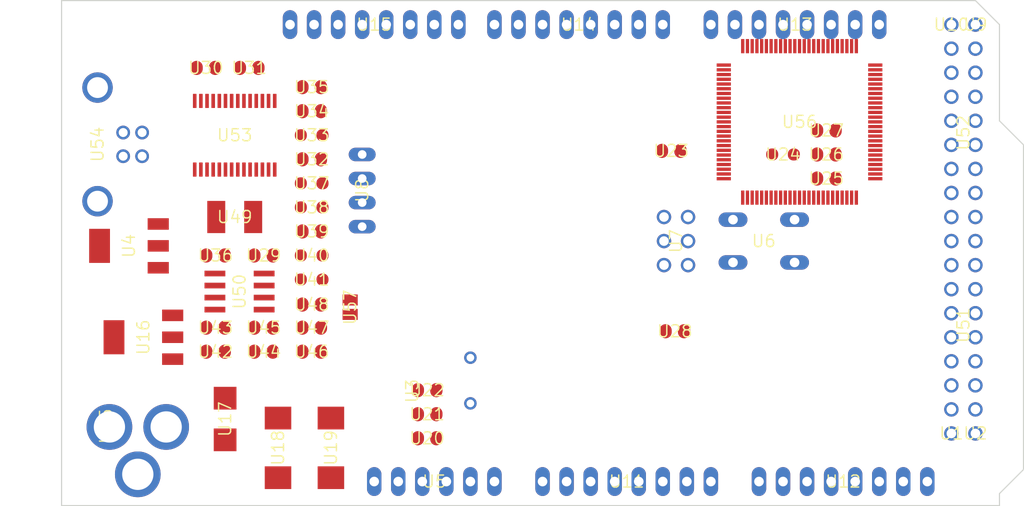
<source format=kicad_pcb>
(kicad_pcb (version 20221018) (generator pcbnew)
  (layers (0 "F.Cu" signal "Top") (31 "B.Cu" signal "Bottom") (34 "B.Paste" user) (35 "F.Paste" user) (36 "B.SilkS" user "B.Silkscreen") (37 "F.SilkS" user "F.Silkscreen") (38 "B.Mask" user) (39 "F.Mask" user) (44 "Edge.Cuts" user))
  (net 0 "")
  (net 1 "+5V")
  (net 2 "GND")
  (net 3 "N$6")
  (net 4 "N$7")
  (net 5 "AREF")
  (net 6 "RESET")
  (net 7 "VIN")
  (net 8 "N$3")
  (net 9 "PWRIN")
  (net 10 "M8RXD")
  (net 11 "M8TXD")
  (net 12 "ADC0")
  (net 13 "ADC2")
  (net 14 "ADC1")
  (net 15 "ADC3")
  (net 16 "ADC4")
  (net 17 "ADC5")
  (net 18 "ADC6")
  (net 19 "ADC7")
  (net 20 "+3V3")
  (net 21 "SDA")
  (net 22 "SCL")
  (net 23 "ADC9")
  (net 24 "ADC8")
  (net 25 "ADC10")
  (net 26 "ADC11")
  (net 27 "ADC12")
  (net 28 "ADC13")
  (net 29 "ADC14")
  (net 30 "ADC15")
  (net 31 "PB3")
  (net 32 "PB2")
  (net 33 "PB1")
  (net 34 "PB5")
  (net 35 "PB4")
  (net 36 "PE5")
  (net 37 "PE4")
  (net 38 "PE3")
  (net 39 "PE1")
  (net 40 "PE0")
  (net 41 "N$15")
  (net 42 "N$53")
  (net 43 "N$54")
  (net 44 "N$55")
  (net 45 "D-")
  (net 46 "D+")
  (net 47 "N$60")
  (net 48 "DTR")
  (net 49 "USBVCC")
  (net 50 "N$2")
  (net 51 "N$4")
  (net 52 "GATE_CMD")
  (net 53 "CMP")
  (net 54 "PB6")
  (net 55 "PH3")
  (net 56 "PH4")
  (net 57 "PH5")
  (net 58 "PH6")
  (net 59 "PG5")
  (net 60 "RXD1")
  (net 61 "TXD1")
  (net 62 "RXD2")
  (net 63 "RXD3")
  (net 64 "TXD2")
  (net 65 "TXD3")
  (net 66 "PC0")
  (net 67 "PC1")
  (net 68 "PC2")
  (net 69 "PC3")
  (net 70 "PC4")
  (net 71 "PC5")
  (net 72 "PC6")
  (net 73 "PC7")
  (net 74 "PB0")
  (net 75 "PG0")
  (net 76 "PG1")
  (net 77 "PG2")
  (net 78 "PD7")
  (net 79 "PA0")
  (net 80 "PA1")
  (net 81 "PA2")
  (net 82 "PA3")
  (net 83 "PA4")
  (net 84 "PA5")
  (net 85 "PA6")
  (net 86 "PA7")
  (net 87 "PL0")
  (net 88 "PL1")
  (net 89 "PL2")
  (net 90 "PL3")
  (net 91 "PL4")
  (net 92 "PL5")
  (net 93 "PL6")
  (net 94 "PL7")
  (net 95 "PB7")
  (net 96 "CTS")
  (net 97 "DSR")
  (net 98 "DCD")
  (net 99 "RI")
  (footprint "Arduino_MEGA_Reference_Design:2X03" (layer "F.Cu") (at 162.5981 103.7336 -90)
    (fp_text reference "U7")
    (fp_text value "")
  )
  (footprint "Arduino_MEGA_Reference_Design:1X08" (layer "F.Cu") (at 152.3111 80.8736 180)
    (fp_text reference "U14")
    (fp_text value "")
  )
  (footprint "Arduino_MEGA_Reference_Design:1X08" (layer "F.Cu") (at 130.7211 80.8736 180)
    (fp_text reference "U15")
    (fp_text value "")
  )
  (footprint "Arduino_MEGA_Reference_Design:SMC_D" (layer "F.Cu") (at 120.5611 125.5776 -90)
    (fp_text reference "U18")
    (fp_text value "")
  )
  (footprint "Arduino_MEGA_Reference_Design:SMC_D" (layer "F.Cu") (at 126.1491 125.5776 -90)
    (fp_text reference "U19")
    (fp_text value "")
  )
  (footprint "Arduino_MEGA_Reference_Design:B3F-10XX" (layer "F.Cu") (at 171.8691 103.7336 180)
    (fp_text reference "U6")
    (fp_text value "")
  )
  (footprint "Arduino_MEGA_Reference_Design:0805RND" (layer "F.Cu") (at 173.9011 94.5896 180)
    (fp_text reference "U24")
    (fp_text value "")
  )
  (footprint "Arduino_MEGA_Reference_Design:SMB" (layer "F.Cu") (at 114.9731 122.5296 -90)
    (fp_text reference "U17")
    (fp_text value "")
  )
  (footprint "Arduino_MEGA_Reference_Design:DC-21MM" (layer "F.Cu") (at 103.0351 123.2916 90)
    (fp_text reference "U55")
    (fp_text value "")
  )
  (footprint "Arduino_MEGA_Reference_Design:HC49_S" (layer "F.Cu") (at 140.8811 118.4656 90)
    (fp_text reference "U3")
    (fp_text value "")
  )
  (footprint "Arduino_MEGA_Reference_Design:SOT223" (layer "F.Cu") (at 106.3371 113.8936 90)
    (fp_text reference "U16")
    (fp_text value "")
  )
  (footprint "Arduino_MEGA_Reference_Design:1X06" (layer "F.Cu") (at 137.0711 129.1336)
    (fp_text reference "U5")
    (fp_text value "")
  )
  (footprint "Arduino_MEGA_Reference_Design:C0805RND" (layer "F.Cu") (at 124.1171 87.4776)
    (fp_text reference "U35")
    (fp_text value "")
  )
  (footprint "Arduino_MEGA_Reference_Design:C0805RND" (layer "F.Cu") (at 162.4711 113.2586)
    (fp_text reference "U28")
    (fp_text value "")
  )
  (footprint "Arduino_MEGA_Reference_Design:C0805RND" (layer "F.Cu") (at 136.3091 122.0216)
    (fp_text reference "U21")
    (fp_text value "")
  )
  (footprint "Arduino_MEGA_Reference_Design:C0805RND" (layer "F.Cu") (at 136.3091 119.4816)
    (fp_text reference "U22")
    (fp_text value "")
  )
  (footprint "Arduino_MEGA_Reference_Design:C0805RND" (layer "F.Cu") (at 113.9571 112.8776)
    (fp_text reference "U43")
    (fp_text value "")
  )
  (footprint "Arduino_MEGA_Reference_Design:RCL_0805RND" (layer "F.Cu") (at 124.1171 105.2576)
    (fp_text reference "U40")
    (fp_text value "")
  )
  (footprint "Arduino_MEGA_Reference_Design:RCL_0805RND" (layer "F.Cu") (at 124.1171 107.7976)
    (fp_text reference "U41")
    (fp_text value "")
  )
  (footprint "Arduino_MEGA_Reference_Design:1X08" (layer "F.Cu") (at 157.3911 129.1336)
    (fp_text reference "U11")
    (fp_text value "")
  )
  (footprint "Arduino_MEGA_Reference_Design:1X08" (layer "F.Cu") (at 175.1711 80.8736 180)
    (fp_text reference "U13")
    (fp_text value "")
  )
  (footprint "Arduino_MEGA_Reference_Design:R0805RND" (layer "F.Cu") (at 178.4731 94.5896 180)
    (fp_text reference "U26")
    (fp_text value "")
  )
  (footprint "Arduino_MEGA_Reference_Design:R0805RND" (layer "F.Cu") (at 178.4731 92.0496 180)
    (fp_text reference "U27")
    (fp_text value "")
  )
  (footprint "Arduino_MEGA_Reference_Design:TQFP100" (layer "F.Cu") (at 175.643310546875 91.14759826660156 0)
    (fp_text reference "U56")
    (fp_text value "")
  )
  (footprint "Arduino_MEGA_Reference_Design:C0805RND" (layer "F.Cu") (at 162.0901 94.2086 180)
    (fp_text reference "U23")
    (fp_text value "")
  )
  (footprint "Arduino_MEGA_Reference_Design:C0805RND" (layer "F.Cu") (at 136.3091 124.5616)
    (fp_text reference "U20")
    (fp_text value "")
  )
  (footprint "Arduino_MEGA_Reference_Design:1X08" (layer "F.Cu") (at 180.2511 129.1336)
    (fp_text reference "U12")
    (fp_text value "")
  )
  (footprint "Arduino_MEGA_Reference_Design:R0805RND" (layer "F.Cu") (at 124.1171 112.8776)
    (fp_text reference "U47")
    (fp_text value "")
  )
  (footprint "Arduino_MEGA_Reference_Design:C0805RND" (layer "F.Cu") (at 124.1171 115.4176)
    (fp_text reference "U46")
    (fp_text value "")
  )
  (footprint "Arduino_MEGA_Reference_Design:C0805RND" (layer "F.Cu") (at 113.9571 105.2576)
    (fp_text reference "U36")
    (fp_text value "")
  )
  (footprint "Arduino_MEGA_Reference_Design:C0805RND" (layer "F.Cu") (at 112.9411 85.4456)
    (fp_text reference "U30")
    (fp_text value "")
  )
  (footprint "Arduino_MEGA_Reference_Design:0805RND" (layer "F.Cu") (at 124.1171 100.1776 180)
    (fp_text reference "U38")
    (fp_text value "")
  )
  (footprint "Arduino_MEGA_Reference_Design:0805RND" (layer "F.Cu") (at 124.1171 97.6376 180)
    (fp_text reference "U37")
    (fp_text value "")
  )
  (footprint "Arduino_MEGA_Reference_Design:R0805RND" (layer "F.Cu") (at 124.1171 95.0976)
    (fp_text reference "U32")
    (fp_text value "")
  )
  (footprint "Arduino_MEGA_Reference_Design:R0805RND" (layer "F.Cu") (at 124.1171 102.7176)
    (fp_text reference "U39")
    (fp_text value "")
  )
  (footprint "Arduino_MEGA_Reference_Design:SSOP28" (layer "F.Cu") (at 115.9891 92.5576)
    (fp_text reference "U53")
    (fp_text value "")
  )
  (footprint "Arduino_MEGA_Reference_Design:PN61729" (layer "F.Cu") (at 98.9584 93.5228 -90)
    (fp_text reference "U54")
    (fp_text value "")
  )
  (footprint "Arduino_MEGA_Reference_Design:L1812" (layer "F.Cu") (at 115.9891 101.1936)
    (fp_text reference "U49")
    (fp_text value "")
  )
  (footprint "Arduino_MEGA_Reference_Design:C0805RND" (layer "F.Cu") (at 117.5131 85.4456)
    (fp_text reference "U31")
    (fp_text value "")
  )
  (footprint "Arduino_MEGA_Reference_Design:0805RND" (layer "F.Cu") (at 124.1171 92.5576 180)
    (fp_text reference "U33")
    (fp_text value "")
  )
  (footprint "Arduino_MEGA_Reference_Design:R0805RND" (layer "F.Cu") (at 124.1171 90.0176 180)
    (fp_text reference "U34")
    (fp_text value "")
  )
  (footprint "Arduino_MEGA_Reference_Design:C0805RND" (layer "F.Cu") (at 124.1171 110.4392 180)
    (fp_text reference "U48")
    (fp_text value "")
  )
  (footprint "Arduino_MEGA_Reference_Design:SOT223" (layer "F.Cu") (at 104.8131 104.2416 90)
    (fp_text reference "U4")
    (fp_text value "")
  )
  (footprint "Arduino_MEGA_Reference_Design:SO08" (layer "F.Cu") (at 116.4971 109.0676 -90)
    (fp_text reference "U50")
    (fp_text value "")
  )
  (footprint "Arduino_MEGA_Reference_Design:R0805RND" (layer "F.Cu") (at 113.9571 115.4176 180)
    (fp_text reference "U42")
    (fp_text value "")
  )
  (footprint "Arduino_MEGA_Reference_Design:R0805RND" (layer "F.Cu") (at 119.0371 112.8776 180)
    (fp_text reference "U45")
    (fp_text value "")
  )
  (footprint "Arduino_MEGA_Reference_Design:C0805RND" (layer "F.Cu") (at 119.0371 115.4176 180)
    (fp_text reference "U44")
    (fp_text value "")
  )
  (footprint "Arduino_MEGA_Reference_Design:C0805RND" (layer "F.Cu") (at 119.0371 105.2576)
    (fp_text reference "U29")
    (fp_text value "")
  )
  (footprint "Arduino_MEGA_Reference_Design:2X08" (layer "F.Cu") (at 192.9511 92.3036 90)
    (fp_text reference "U52")
    (fp_text value "")
  )
  (footprint "Arduino_MEGA_Reference_Design:2X08" (layer "F.Cu") (at 192.9511 112.6236 90)
    (fp_text reference "U51")
    (fp_text value "")
  )
  (footprint "Arduino_MEGA_Reference_Design:R0805RND" (layer "F.Cu") (at 178.4731 97.1296 180)
    (fp_text reference "U25")
    (fp_text value "")
  )
  (footprint "Arduino_MEGA_Reference_Design:1X01" (layer "F.Cu") (at 191.6811 80.8736)
    (fp_text reference "U10")
    (fp_text value "")
  )
  (footprint "Arduino_MEGA_Reference_Design:1X01" (layer "F.Cu") (at 194.2211 80.8736)
    (fp_text reference "U9")
    (fp_text value "")
  )
  (footprint "Arduino_MEGA_Reference_Design:1X01" (layer "F.Cu") (at 191.6811 124.0536)
    (fp_text reference "U1")
    (fp_text value "")
  )
  (footprint "Arduino_MEGA_Reference_Design:1X01" (layer "F.Cu") (at 194.2211 124.0536)
    (fp_text reference "U2")
    (fp_text value "")
  )
  (footprint "Arduino_MEGA_Reference_Design:SJ" (layer "F.Cu") (at 128.1811 110.7186 -90)
    (fp_text reference "U57")
    (fp_text value "")
  )
  (footprint "Arduino_MEGA_Reference_Design:JP4" (layer "F.Cu") (at 129.4511 98.3996 -90)
    (fp_text reference "U8")
    (fp_text value "")
  )
  (gr_line (start 196.7611 80.8736) (end 196.7611 91.0336) (layer "Edge.Cuts") (width 0.12))
  (gr_line (start 196.7611 130.4036) (end 196.7611 131.6736) (layer "Edge.Cuts") (width 0.12))
  (gr_line (start 194.2211 78.3336) (end 196.7611 80.8736) (layer "Edge.Cuts") (width 0.12))
  (gr_line (start 97.7011 78.3336) (end 194.2211 78.3336) (layer "Edge.Cuts") (width 0.12))
  (gr_line (start 196.7611 91.0336) (end 199.3011 93.5736) (layer "Edge.Cuts") (width 0.12))
  (gr_line (start 97.7011 131.6736) (end 97.7011 78.3336) (layer "Edge.Cuts") (width 0.12))
  (gr_line (start 196.7611 131.6736) (end 97.7011 131.6736) (layer "Edge.Cuts") (width 0.12))
  (gr_line (start 199.3011 93.5736) (end 199.3011 127.8636) (layer "Edge.Cuts") (width 0.12))
  (gr_line (start 199.3011 127.8636) (end 196.7611 130.4036) (layer "Edge.Cuts") (width 0.12))
)
</source>
